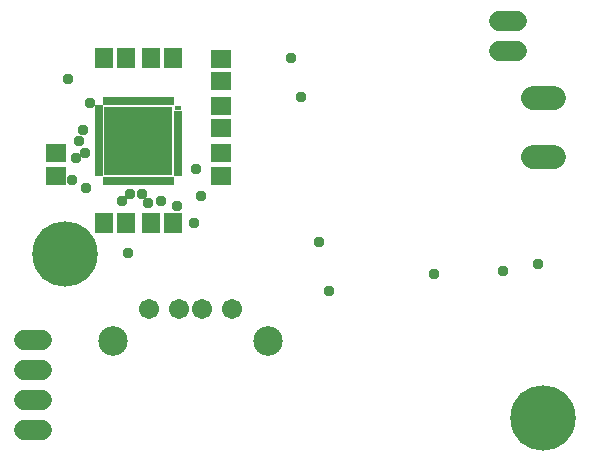
<source format=gbs>
G04 EAGLE Gerber RS-274X export*
G75*
%MOMM*%
%FSLAX34Y34*%
%LPD*%
%INBottom Solder Mask*%
%IPPOS*%
%AMOC8*
5,1,8,0,0,1.08239X$1,22.5*%
G01*
%ADD10R,0.603200X0.403200*%
%ADD11R,5.803200X5.803200*%
%ADD12R,0.753200X0.503200*%
%ADD13R,0.503200X0.753200*%
%ADD14C,1.727200*%
%ADD15R,1.503200X1.703200*%
%ADD16R,1.703200X1.503200*%
%ADD17C,1.993900*%
%ADD18C,5.537200*%
%ADD19C,1.711200*%
%ADD20C,2.503200*%
%ADD21C,0.959600*%


D10*
X148750Y302500D03*
D11*
X115000Y275000D03*
D12*
X148750Y297500D03*
X148750Y292500D03*
X148750Y287500D03*
X148750Y282500D03*
X148750Y277500D03*
X148750Y272500D03*
X148750Y267500D03*
X148750Y262500D03*
X148750Y257500D03*
X148750Y252500D03*
X148750Y247500D03*
D13*
X142500Y241250D03*
X137500Y241250D03*
X132500Y241250D03*
X127500Y241250D03*
X122500Y241250D03*
X117500Y241250D03*
X112500Y241250D03*
X107500Y241250D03*
X102500Y241250D03*
X97500Y241250D03*
X92500Y241250D03*
X87500Y241250D03*
D12*
X81250Y247500D03*
X81250Y252500D03*
X81250Y257500D03*
X81250Y262500D03*
X81250Y267500D03*
X81250Y272500D03*
X81250Y277500D03*
X81250Y282500D03*
X81250Y287500D03*
X81250Y292500D03*
X81250Y297500D03*
X81250Y302500D03*
D13*
X87500Y308750D03*
X92500Y308750D03*
X97500Y308750D03*
X102500Y308750D03*
X107500Y308750D03*
X112500Y308750D03*
X117500Y308750D03*
X122500Y308750D03*
X127500Y308750D03*
X132500Y308750D03*
X137500Y308750D03*
X142500Y308750D03*
D14*
X33620Y29900D02*
X18380Y29900D01*
X18380Y55300D02*
X33620Y55300D01*
X33620Y80700D02*
X18380Y80700D01*
X18380Y106100D02*
X33620Y106100D01*
D15*
X125500Y345000D03*
X144500Y345000D03*
X104500Y345000D03*
X85500Y345000D03*
D16*
X185000Y264500D03*
X185000Y245500D03*
X185000Y304500D03*
X185000Y285500D03*
X45000Y264500D03*
X45000Y245500D03*
D15*
X104500Y205000D03*
X85500Y205000D03*
X144500Y205000D03*
X125500Y205000D03*
D17*
X448747Y261000D02*
X466654Y261000D01*
X466654Y311000D02*
X448747Y311000D01*
D14*
X435620Y351300D02*
X420380Y351300D01*
X420380Y376700D02*
X435620Y376700D01*
D18*
X458000Y40000D03*
X53000Y179000D03*
D16*
X185000Y344500D03*
X185000Y325500D03*
D19*
X194001Y132901D03*
X169000Y132901D03*
X149000Y132901D03*
X123999Y132901D03*
D20*
X224700Y105799D03*
X93300Y105799D03*
D21*
X424000Y164500D03*
X453000Y171000D03*
X162000Y205000D03*
X365000Y162000D03*
X244000Y345000D03*
X55000Y327000D03*
X252750Y311750D03*
X106000Y180000D03*
X74068Y307000D03*
X276000Y148000D03*
X268000Y189000D03*
X68000Y284000D03*
X65000Y275000D03*
X101000Y224000D03*
X71000Y235000D03*
X168000Y228000D03*
X164000Y251000D03*
X123000Y222000D03*
X118000Y230000D03*
X134000Y224000D03*
X62000Y260000D03*
X70000Y265000D03*
X108000Y230000D03*
X148000Y220000D03*
X59000Y242000D03*
M02*

</source>
